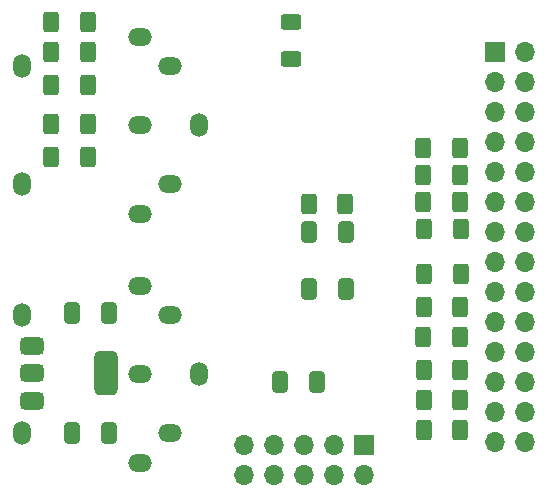
<source format=gbr>
%TF.GenerationSoftware,KiCad,Pcbnew,8.0.7-8.0.7-0~ubuntu22.04.1*%
%TF.CreationDate,2024-12-25T22:08:59+01:00*%
%TF.ProjectId,IEC_Extension,4945435f-4578-4746-956e-73696f6e2e6b,rev?*%
%TF.SameCoordinates,Original*%
%TF.FileFunction,Soldermask,Bot*%
%TF.FilePolarity,Negative*%
%FSLAX46Y46*%
G04 Gerber Fmt 4.6, Leading zero omitted, Abs format (unit mm)*
G04 Created by KiCad (PCBNEW 8.0.7-8.0.7-0~ubuntu22.04.1) date 2024-12-25 22:08:59*
%MOMM*%
%LPD*%
G01*
G04 APERTURE LIST*
G04 Aperture macros list*
%AMRoundRect*
0 Rectangle with rounded corners*
0 $1 Rounding radius*
0 $2 $3 $4 $5 $6 $7 $8 $9 X,Y pos of 4 corners*
0 Add a 4 corners polygon primitive as box body*
4,1,4,$2,$3,$4,$5,$6,$7,$8,$9,$2,$3,0*
0 Add four circle primitives for the rounded corners*
1,1,$1+$1,$2,$3*
1,1,$1+$1,$4,$5*
1,1,$1+$1,$6,$7*
1,1,$1+$1,$8,$9*
0 Add four rect primitives between the rounded corners*
20,1,$1+$1,$2,$3,$4,$5,0*
20,1,$1+$1,$4,$5,$6,$7,0*
20,1,$1+$1,$6,$7,$8,$9,0*
20,1,$1+$1,$8,$9,$2,$3,0*%
G04 Aperture macros list end*
%ADD10RoundRect,0.250000X0.400000X0.625000X-0.400000X0.625000X-0.400000X-0.625000X0.400000X-0.625000X0*%
%ADD11O,2.000000X1.524000*%
%ADD12O,1.524000X2.000000*%
%ADD13RoundRect,0.375000X-0.625000X-0.375000X0.625000X-0.375000X0.625000X0.375000X-0.625000X0.375000X0*%
%ADD14RoundRect,0.500000X-0.500000X-1.400000X0.500000X-1.400000X0.500000X1.400000X-0.500000X1.400000X0*%
%ADD15R,1.700000X1.700000*%
%ADD16O,1.700000X1.700000*%
%ADD17RoundRect,0.250000X-0.412500X-0.650000X0.412500X-0.650000X0.412500X0.650000X-0.412500X0.650000X0*%
%ADD18RoundRect,0.250000X0.412500X0.650000X-0.412500X0.650000X-0.412500X-0.650000X0.412500X-0.650000X0*%
%ADD19RoundRect,0.250000X-0.625000X0.400000X-0.625000X-0.400000X0.625000X-0.400000X0.625000X0.400000X0*%
%ADD20RoundRect,0.250000X-0.400000X-0.625000X0.400000X-0.625000X0.400000X0.625000X-0.400000X0.625000X0*%
G04 APERTURE END LIST*
D10*
%TO.C,R17*%
X236272000Y-59690000D03*
X233172000Y-59690000D03*
%TD*%
%TO.C,R16*%
X236272000Y-63500000D03*
X233172000Y-63500000D03*
%TD*%
%TO.C,R9*%
X236246000Y-66294000D03*
X233146000Y-66294000D03*
%TD*%
%TO.C,R8*%
X236220000Y-68834000D03*
X233120000Y-68834000D03*
%TD*%
D11*
%TO.C,J2*%
X211636000Y-45880000D03*
X211636000Y-55880000D03*
X209136000Y-43380000D03*
X209136000Y-58380000D03*
D12*
X199136000Y-45880000D03*
X199136000Y-55880000D03*
D11*
X209136000Y-50880000D03*
D12*
X214136000Y-50880000D03*
%TD*%
D11*
%TO.C,J1*%
X211636000Y-66962000D03*
X211636000Y-76962000D03*
X209136000Y-64462000D03*
X209136000Y-79462000D03*
D12*
X199136000Y-66962000D03*
X199136000Y-76962000D03*
D11*
X209136000Y-71962000D03*
D12*
X214136000Y-71962000D03*
%TD*%
D13*
%TO.C,U4*%
X199948000Y-74182000D03*
X199948000Y-71882000D03*
D14*
X206248000Y-71882000D03*
D13*
X199948000Y-69582000D03*
%TD*%
D15*
%TO.C,J3*%
X228080000Y-77960000D03*
D16*
X228080000Y-80500000D03*
X225540000Y-77960000D03*
X225540000Y-80500000D03*
X223000000Y-77960000D03*
X223000000Y-80500000D03*
X220460000Y-77960000D03*
X220460000Y-80500000D03*
X217920000Y-77960000D03*
X217920000Y-80500000D03*
%TD*%
D17*
%TO.C,C9*%
X203377000Y-76962000D03*
X206502000Y-76962000D03*
%TD*%
D18*
%TO.C,C8*%
X226568000Y-59944000D03*
X223443000Y-59944000D03*
%TD*%
%TO.C,C7*%
X226568000Y-64770000D03*
X223443000Y-64770000D03*
%TD*%
D17*
%TO.C,C6*%
X220980000Y-72644000D03*
X224105000Y-72644000D03*
%TD*%
%TO.C,C5*%
X203377000Y-66802000D03*
X206502000Y-66802000D03*
%TD*%
D10*
%TO.C,R6*%
X236220000Y-55118000D03*
X233120000Y-55118000D03*
%TD*%
D19*
%TO.C,R10*%
X221869000Y-42164000D03*
X221869000Y-45264000D03*
%TD*%
D10*
%TO.C,R13*%
X236246000Y-74168000D03*
X233146000Y-74168000D03*
%TD*%
D20*
%TO.C,R4*%
X201624000Y-47498000D03*
X204724000Y-47498000D03*
%TD*%
D10*
%TO.C,R14*%
X233146000Y-71628000D03*
X236246000Y-71628000D03*
%TD*%
D20*
%TO.C,R1*%
X201624000Y-50800000D03*
X204724000Y-50800000D03*
%TD*%
%TO.C,R3*%
X204724000Y-42164000D03*
X201624000Y-42164000D03*
%TD*%
D10*
%TO.C,R15*%
X236220000Y-52832000D03*
X233120000Y-52832000D03*
%TD*%
D20*
%TO.C,R2*%
X201624000Y-44704000D03*
X204724000Y-44704000D03*
%TD*%
D10*
%TO.C,R11*%
X223393000Y-57531000D03*
X226493000Y-57531000D03*
%TD*%
%TO.C,R7*%
X236220000Y-57404000D03*
X233120000Y-57404000D03*
%TD*%
D20*
%TO.C,R5*%
X201624000Y-53594000D03*
X204724000Y-53594000D03*
%TD*%
D15*
%TO.C,J4*%
X239141000Y-44704000D03*
D16*
X241681000Y-44704000D03*
X239141000Y-47244000D03*
X241681000Y-47244000D03*
X239141000Y-49784000D03*
X241681000Y-49784000D03*
X239141000Y-52324000D03*
X241681000Y-52324000D03*
X239141000Y-54864000D03*
X241681000Y-54864000D03*
X239141000Y-57404000D03*
X241681000Y-57404000D03*
X239141000Y-59944000D03*
X241681000Y-59944000D03*
X239141000Y-62484000D03*
X241681000Y-62484000D03*
X239141000Y-65024000D03*
X241681000Y-65024000D03*
X239141000Y-67564000D03*
X241681000Y-67564000D03*
X239141000Y-70104000D03*
X241681000Y-70104000D03*
X239141000Y-72644000D03*
X241681000Y-72644000D03*
X239141000Y-75184000D03*
X241681000Y-75184000D03*
X239141000Y-77724000D03*
X241681000Y-77724000D03*
%TD*%
D10*
%TO.C,R12*%
X236246000Y-76708000D03*
X233146000Y-76708000D03*
%TD*%
M02*

</source>
